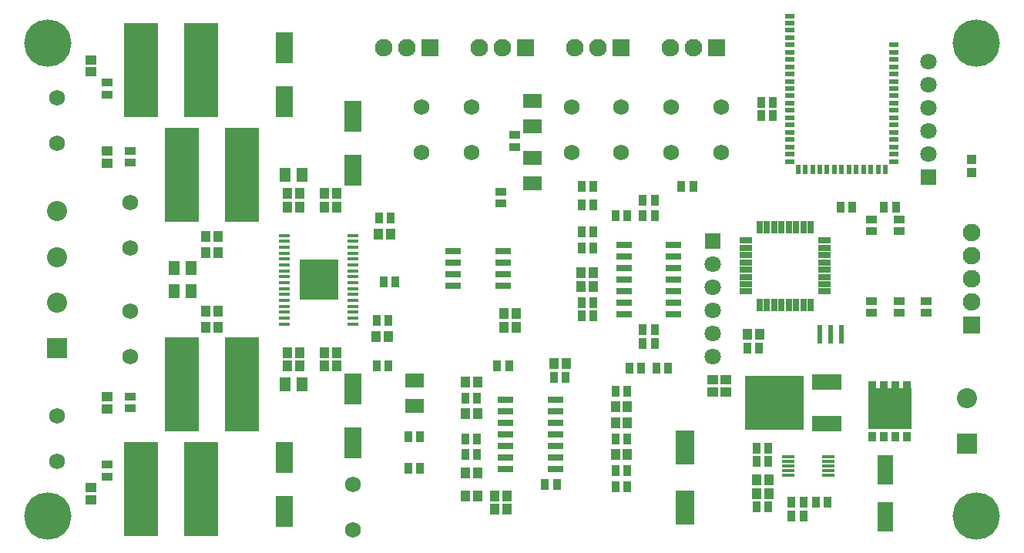
<source format=gts>
G04 Layer_Color=8388736*
%FSLAX25Y25*%
%MOIN*%
G70*
G01*
G75*
%ADD30R,0.03937X0.02362*%
%ADD31R,0.02362X0.03937*%
%ADD68R,0.06700X0.12500*%
%ADD69R,0.02375X0.08280*%
%ADD70R,0.06509X0.03162*%
%ADD71R,0.08300X0.14600*%
%ADD72R,0.14600X0.41000*%
%ADD73R,0.12611X0.07099*%
%ADD74R,0.25210X0.23635*%
%ADD75R,0.04540X0.06115*%
%ADD76R,0.03556X0.04540*%
%ADD77R,0.04540X0.03556*%
%ADD78R,0.03950X0.03950*%
%ADD79R,0.07887X0.06312*%
%ADD80R,0.04147X0.04540*%
%ADD81R,0.04540X0.04147*%
%ADD82R,0.07800X0.13800*%
%ADD83R,0.05400X0.02600*%
%ADD84R,0.02600X0.05400*%
%ADD85R,0.05000X0.01600*%
%ADD86R,0.16581X0.17565*%
%ADD87R,0.05600X0.01500*%
%ADD88R,0.03600X0.03900*%
%ADD89C,0.08674*%
%ADD90R,0.08674X0.08674*%
%ADD91C,0.06800*%
%ADD92C,0.07100*%
%ADD93R,0.07100X0.07100*%
%ADD94C,0.07599*%
%ADD95R,0.07599X0.07599*%
%ADD96R,0.07599X0.07599*%
%ADD97C,0.20485*%
G36*
X388828Y71224D02*
X389121D01*
Y53324D01*
X370721D01*
Y71224D01*
X371014D01*
Y73581D01*
X373828D01*
Y71224D01*
X376014D01*
Y73581D01*
X378828D01*
Y71224D01*
X381014D01*
Y73581D01*
X383828D01*
Y71224D01*
X386014D01*
Y73581D01*
X388828D01*
Y71224D01*
D02*
G37*
G36*
Y48467D02*
X386014D01*
Y51581D01*
X388828D01*
Y48467D01*
D02*
G37*
G36*
X383828D02*
X381014D01*
Y51581D01*
X383828D01*
Y48467D01*
D02*
G37*
G36*
X378828D02*
X376014D01*
Y51581D01*
X378828D01*
Y48467D01*
D02*
G37*
G36*
X373828D02*
X371014D01*
Y51581D01*
X373828D01*
Y48467D01*
D02*
G37*
D30*
X336614Y169291D02*
D03*
Y172441D02*
D03*
Y175591D02*
D03*
Y178740D02*
D03*
Y181890D02*
D03*
Y185039D02*
D03*
Y188189D02*
D03*
Y191339D02*
D03*
Y194488D02*
D03*
Y197638D02*
D03*
Y200787D02*
D03*
Y203937D02*
D03*
Y207087D02*
D03*
Y210236D02*
D03*
Y213386D02*
D03*
Y216535D02*
D03*
Y219685D02*
D03*
Y222835D02*
D03*
Y225984D02*
D03*
Y229134D02*
D03*
Y232283D02*
D03*
X381496Y169291D02*
D03*
Y172441D02*
D03*
Y175591D02*
D03*
Y178740D02*
D03*
Y181890D02*
D03*
Y185039D02*
D03*
Y188189D02*
D03*
Y191339D02*
D03*
Y194488D02*
D03*
Y197638D02*
D03*
Y200787D02*
D03*
Y203937D02*
D03*
Y207087D02*
D03*
Y210236D02*
D03*
Y213386D02*
D03*
Y216535D02*
D03*
Y219685D02*
D03*
D31*
X340158Y165748D02*
D03*
X343307D02*
D03*
X346457D02*
D03*
X349606D02*
D03*
X352756D02*
D03*
X355906D02*
D03*
X359055D02*
D03*
X362205D02*
D03*
X365354D02*
D03*
X368504D02*
D03*
X371654D02*
D03*
X374803D02*
D03*
X377953D02*
D03*
D68*
X377953Y35691D02*
D03*
Y15491D02*
D03*
D69*
X359055Y94488D02*
D03*
X349606D02*
D03*
X354331D02*
D03*
D70*
X213681Y66181D02*
D03*
Y61181D02*
D03*
Y56181D02*
D03*
Y51181D02*
D03*
Y46181D02*
D03*
Y41181D02*
D03*
Y36181D02*
D03*
X235138Y66181D02*
D03*
Y61181D02*
D03*
Y56181D02*
D03*
Y51181D02*
D03*
Y46181D02*
D03*
Y41181D02*
D03*
Y36181D02*
D03*
X264862Y133110D02*
D03*
Y128110D02*
D03*
Y123110D02*
D03*
Y118110D02*
D03*
Y113110D02*
D03*
Y108110D02*
D03*
Y103110D02*
D03*
X286319Y133110D02*
D03*
Y128110D02*
D03*
Y123110D02*
D03*
Y118110D02*
D03*
Y113110D02*
D03*
Y108110D02*
D03*
Y103110D02*
D03*
X191043Y130532D02*
D03*
Y125531D02*
D03*
Y120531D02*
D03*
Y115532D02*
D03*
X212500Y130532D02*
D03*
Y125531D02*
D03*
Y120531D02*
D03*
Y115532D02*
D03*
D71*
X291339Y19480D02*
D03*
Y45480D02*
D03*
D72*
X55898Y208661D02*
D03*
X81898D02*
D03*
X73614Y163386D02*
D03*
X99614D02*
D03*
X73614Y72835D02*
D03*
X99614D02*
D03*
X55898Y27559D02*
D03*
X81898D02*
D03*
D73*
X352677Y55965D02*
D03*
Y73957D02*
D03*
D74*
X330118Y64961D02*
D03*
D75*
X125689Y163386D02*
D03*
X118405D02*
D03*
X77461Y123031D02*
D03*
X70177D02*
D03*
X77461Y113189D02*
D03*
X70177D02*
D03*
X125689Y72835D02*
D03*
X118405D02*
D03*
D76*
X382480Y149606D02*
D03*
X377362D02*
D03*
X210039Y80709D02*
D03*
X215158D02*
D03*
X176772Y50197D02*
D03*
X171653D02*
D03*
X176772Y36417D02*
D03*
X171653D02*
D03*
X235827Y29528D02*
D03*
X230709D02*
D03*
X266339Y35433D02*
D03*
X261221D02*
D03*
X261221Y28543D02*
D03*
X266339D02*
D03*
X196260Y42323D02*
D03*
X201378D02*
D03*
X201378Y49213D02*
D03*
X196260D02*
D03*
X266339Y69882D02*
D03*
X261221D02*
D03*
X266339Y49213D02*
D03*
X261221D02*
D03*
X196260Y66929D02*
D03*
X201378D02*
D03*
X234646Y75787D02*
D03*
X239764D02*
D03*
X163976Y144685D02*
D03*
X158858D02*
D03*
X157874Y100394D02*
D03*
X162992D02*
D03*
X162992Y80709D02*
D03*
X157874D02*
D03*
X251575Y108268D02*
D03*
X246457D02*
D03*
X251575Y102362D02*
D03*
X246457D02*
D03*
X246457Y150591D02*
D03*
X251575D02*
D03*
X251575Y158465D02*
D03*
X246457D02*
D03*
X267126Y79724D02*
D03*
X272244D02*
D03*
X278937D02*
D03*
X284055D02*
D03*
X278150Y145669D02*
D03*
X273031D02*
D03*
X261221D02*
D03*
X266339D02*
D03*
X278150Y152559D02*
D03*
X273031D02*
D03*
X278150Y96457D02*
D03*
X273031D02*
D03*
X246457Y131890D02*
D03*
X251575D02*
D03*
X246457Y138779D02*
D03*
X251575D02*
D03*
X294882Y158465D02*
D03*
X289764D02*
D03*
X273031Y90551D02*
D03*
X278150D02*
D03*
X329331Y188976D02*
D03*
X324213D02*
D03*
X329331Y194882D02*
D03*
X324213D02*
D03*
X352953Y21654D02*
D03*
X347835D02*
D03*
X337402Y15748D02*
D03*
X342520D02*
D03*
X337402Y21654D02*
D03*
X342520D02*
D03*
X322244Y45276D02*
D03*
X327362D02*
D03*
X322244Y39370D02*
D03*
X327362D02*
D03*
Y19685D02*
D03*
X322244D02*
D03*
X358661Y149606D02*
D03*
X363779D02*
D03*
X318307Y88583D02*
D03*
X323425D02*
D03*
X160827Y117126D02*
D03*
X165945D02*
D03*
D77*
X383858Y144291D02*
D03*
Y139173D02*
D03*
X372047Y144291D02*
D03*
Y139173D02*
D03*
Y103740D02*
D03*
Y108858D02*
D03*
X383858Y103740D02*
D03*
Y108858D02*
D03*
X395669Y103740D02*
D03*
Y108858D02*
D03*
X217520Y180709D02*
D03*
Y175591D02*
D03*
X211614Y150984D02*
D03*
Y156102D02*
D03*
X41339Y198228D02*
D03*
Y203346D02*
D03*
X51181Y173819D02*
D03*
Y168701D02*
D03*
Y67520D02*
D03*
Y62402D02*
D03*
X41339Y32874D02*
D03*
Y37992D02*
D03*
D78*
X415354Y164370D02*
D03*
Y170276D02*
D03*
D79*
X225394Y170768D02*
D03*
Y159941D02*
D03*
Y184547D02*
D03*
Y195374D02*
D03*
X174213Y74311D02*
D03*
Y63484D02*
D03*
D80*
X218209Y103347D02*
D03*
X212894D02*
D03*
X218209Y97441D02*
D03*
X212894D02*
D03*
X201476Y34449D02*
D03*
X196161D02*
D03*
X261122Y42323D02*
D03*
X266437D02*
D03*
X201476Y24606D02*
D03*
X196161D02*
D03*
X266437Y62992D02*
D03*
X261122D02*
D03*
X214272Y24606D02*
D03*
X208957D02*
D03*
X214272Y18701D02*
D03*
X208957D02*
D03*
X201476Y73819D02*
D03*
X196161D02*
D03*
X261122Y56102D02*
D03*
X266437D02*
D03*
X201476Y60039D02*
D03*
X196161D02*
D03*
X239862Y81693D02*
D03*
X234547D02*
D03*
X124705Y155512D02*
D03*
X119390D02*
D03*
X124705Y80709D02*
D03*
X119390D02*
D03*
X83957Y136811D02*
D03*
X89272D02*
D03*
X83957Y97441D02*
D03*
X89272D02*
D03*
X140453Y86614D02*
D03*
X135138D02*
D03*
X140453Y155512D02*
D03*
X135138D02*
D03*
X140453Y80709D02*
D03*
X135138D02*
D03*
X119390Y149606D02*
D03*
X124705D02*
D03*
X89272Y129921D02*
D03*
X83957D02*
D03*
X89272Y104331D02*
D03*
X83957D02*
D03*
X119390Y86614D02*
D03*
X124705D02*
D03*
X140453Y149606D02*
D03*
X135138D02*
D03*
X157776Y93504D02*
D03*
X163091D02*
D03*
X164075Y137795D02*
D03*
X158760D02*
D03*
X246358Y121063D02*
D03*
X251673D02*
D03*
Y115157D02*
D03*
X246358D02*
D03*
X327461Y31496D02*
D03*
X322146D02*
D03*
X327461Y25591D02*
D03*
X322146D02*
D03*
X323524Y94488D02*
D03*
X318209D02*
D03*
D81*
X34449Y213287D02*
D03*
Y207972D02*
D03*
X41339Y168602D02*
D03*
Y173917D02*
D03*
Y62303D02*
D03*
Y67618D02*
D03*
X34449Y28248D02*
D03*
Y22933D02*
D03*
X309055Y74705D02*
D03*
Y69390D02*
D03*
X303150Y74705D02*
D03*
Y69390D02*
D03*
D82*
X147638Y188815D02*
D03*
Y165515D02*
D03*
Y47405D02*
D03*
Y70705D02*
D03*
X118110Y218343D02*
D03*
Y195043D02*
D03*
Y17878D02*
D03*
Y41178D02*
D03*
D83*
X317746Y112992D02*
D03*
Y116142D02*
D03*
Y119292D02*
D03*
Y122441D02*
D03*
Y125591D02*
D03*
Y128740D02*
D03*
Y131890D02*
D03*
Y135040D02*
D03*
X351546D02*
D03*
Y131890D02*
D03*
Y128740D02*
D03*
Y125591D02*
D03*
Y122441D02*
D03*
Y119292D02*
D03*
Y116142D02*
D03*
Y112992D02*
D03*
D84*
X323622Y140916D02*
D03*
X326772D02*
D03*
X329922D02*
D03*
X333071D02*
D03*
X336221D02*
D03*
X339370D02*
D03*
X342520D02*
D03*
X345670D02*
D03*
Y107116D02*
D03*
X342520D02*
D03*
X339370D02*
D03*
X336221D02*
D03*
X333071D02*
D03*
X329922D02*
D03*
X326772D02*
D03*
X323622D02*
D03*
D85*
X147724Y98917D02*
D03*
Y101476D02*
D03*
Y104035D02*
D03*
Y106594D02*
D03*
Y109153D02*
D03*
Y111713D02*
D03*
Y114272D02*
D03*
Y116831D02*
D03*
Y119390D02*
D03*
Y121949D02*
D03*
Y124508D02*
D03*
Y127067D02*
D03*
Y129626D02*
D03*
Y132185D02*
D03*
Y134744D02*
D03*
Y137303D02*
D03*
X118024D02*
D03*
Y134744D02*
D03*
Y132185D02*
D03*
Y129626D02*
D03*
Y127067D02*
D03*
Y124508D02*
D03*
Y121949D02*
D03*
Y119390D02*
D03*
Y116831D02*
D03*
Y114272D02*
D03*
Y111713D02*
D03*
Y109153D02*
D03*
Y106594D02*
D03*
Y104035D02*
D03*
Y101476D02*
D03*
Y98917D02*
D03*
D86*
X132874Y118110D02*
D03*
D87*
X335838Y41339D02*
D03*
Y39370D02*
D03*
Y37402D02*
D03*
Y35433D02*
D03*
Y33465D02*
D03*
X353138D02*
D03*
Y35433D02*
D03*
Y37402D02*
D03*
Y39370D02*
D03*
Y41339D02*
D03*
D88*
X372421Y50024D02*
D03*
X377421D02*
D03*
X382421D02*
D03*
X387421D02*
D03*
Y72024D02*
D03*
X382421D02*
D03*
X377421D02*
D03*
X372421D02*
D03*
D89*
X19685Y147638D02*
D03*
Y127953D02*
D03*
Y108268D02*
D03*
X413386Y66929D02*
D03*
D90*
X19685Y88583D02*
D03*
X413386Y47244D02*
D03*
D91*
X198819Y192913D02*
D03*
Y173228D02*
D03*
X177165Y192913D02*
D03*
Y173228D02*
D03*
X263779D02*
D03*
Y192913D02*
D03*
X242126D02*
D03*
Y173228D02*
D03*
X147638Y29528D02*
D03*
Y9843D02*
D03*
X19685Y196850D02*
D03*
Y177165D02*
D03*
X51181Y151575D02*
D03*
Y131890D02*
D03*
Y104331D02*
D03*
Y84646D02*
D03*
X19685Y59055D02*
D03*
Y39370D02*
D03*
X307087Y173228D02*
D03*
Y192913D02*
D03*
X285433Y173228D02*
D03*
Y192913D02*
D03*
D92*
X396654Y202402D02*
D03*
Y212402D02*
D03*
Y192402D02*
D03*
Y172402D02*
D03*
Y182402D02*
D03*
X303150Y94842D02*
D03*
Y84842D02*
D03*
Y104842D02*
D03*
Y124843D02*
D03*
Y114842D02*
D03*
D93*
X396654Y162402D02*
D03*
X303150Y134843D02*
D03*
D94*
X415354Y138425D02*
D03*
Y128425D02*
D03*
Y118425D02*
D03*
Y108425D02*
D03*
X243779Y218504D02*
D03*
X253780D02*
D03*
X161102D02*
D03*
X171102D02*
D03*
X202441D02*
D03*
X212441D02*
D03*
X285118D02*
D03*
X295118D02*
D03*
D95*
X415354Y98425D02*
D03*
D96*
X263779Y218504D02*
D03*
X181102D02*
D03*
X222441D02*
D03*
X305118D02*
D03*
D97*
X15748Y220472D02*
D03*
Y15748D02*
D03*
X417323D02*
D03*
Y220472D02*
D03*
M02*

</source>
